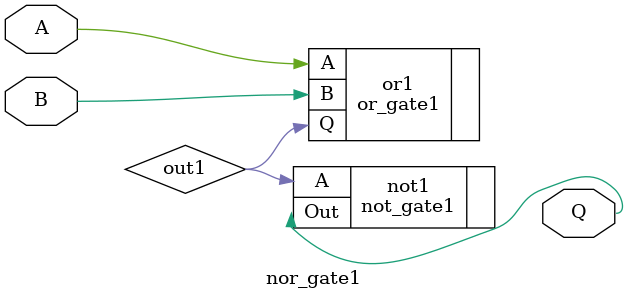
<source format=v>
`timescale 1ns / 1ps


module nor_gate1(
    input A,
    input B,
    output Q
    );
    
    wire out1;
    
    or_gate1 or1(
        .A(A),
        .B(B),
        .Q(out1)
    );
    
    not_gate1 not1(
        .A(out1),
        .Out(Q)
    );

endmodule

</source>
